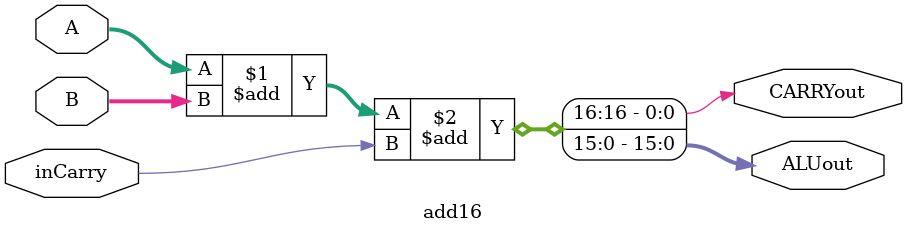
<source format=v>
`timescale 1ns / 1ps

module add16(
    input [15:0] A,
    input [15:0] B,
    input inCarry,
    output CARRYout,
    output [15:0] ALUout
    );
    assign {CARRYout, ALUout} = ( A + B ) + inCarry;
endmodule

</source>
